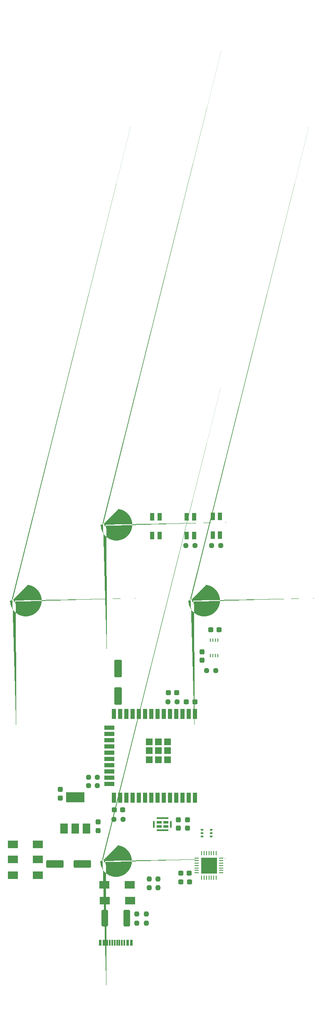
<source format=gbr>
%TF.GenerationSoftware,KiCad,Pcbnew,(6.0.6-0)*%
%TF.CreationDate,2022-07-27T22:33:04+02:00*%
%TF.ProjectId,GlowTowerPCB,476c6f77-546f-4776-9572-5043422e6b69,rev?*%
%TF.SameCoordinates,Original*%
%TF.FileFunction,Paste,Top*%
%TF.FilePolarity,Positive*%
%FSLAX46Y46*%
G04 Gerber Fmt 4.6, Leading zero omitted, Abs format (unit mm)*
G04 Created by KiCad (PCBNEW (6.0.6-0)) date 2022-07-27 22:33:04*
%MOMM*%
%LPD*%
G01*
G04 APERTURE LIST*
G04 Aperture macros list*
%AMRoundRect*
0 Rectangle with rounded corners*
0 $1 Rounding radius*
0 $2 $3 $4 $5 $6 $7 $8 $9 X,Y pos of 4 corners*
0 Add a 4 corners polygon primitive as box body*
4,1,4,$2,$3,$4,$5,$6,$7,$8,$9,$2,$3,0*
0 Add four circle primitives for the rounded corners*
1,1,$1+$1,$2,$3*
1,1,$1+$1,$4,$5*
1,1,$1+$1,$6,$7*
1,1,$1+$1,$8,$9*
0 Add four rect primitives between the rounded corners*
20,1,$1+$1,$2,$3,$4,$5,0*
20,1,$1+$1,$4,$5,$6,$7,0*
20,1,$1+$1,$6,$7,$8,$9,0*
20,1,$1+$1,$8,$9,$2,$3,0*%
%AMFreePoly0*
4,1,112,3.105582,3.191654,3.458980,3.129341,3.803230,3.028022,4.134041,2.888962,4.447289,2.713894,4.739071,2.504999,5.005748,2.264881,5.243998,1.996534,5.450851,1.703301,5.623729,1.388838,5.760476,1.057065,5.859388,0.712116,5.919233,0.358291,5.939265,0.000000,5.938012,-0.089748,5.907984,-0.447339,5.838283,-0.799355,5.729777,-1.141408,5.583820,-1.469234,5.402230,-1.778747,
5.187270,-2.066090,4.941620,-2.327680,4.668342,-2.560258,4.370841,-2.760925,4.052827,-2.927179,3.718263,-3.056948,3.371318,-3.148614,3.016317,-3.201036,2.657686,-3.213560,2.299893,-3.186029,1.947399,-3.118788,1.604597,-3.012673,1.275760,-2.869007,0.964987,-2.689582,0.676150,-2.476634,0.412851,-2.232816,0.178371,-1.961168,-0.024367,-1.665076,-0.192837,-1.348230,-0.324939,-1.014580,
-0.419026,-0.668283,-0.473925,-0.313657,-0.481420,-0.134825,-0.481581,-0.134460,-0.499164,0.000000,0.505984,0.000000,0.524968,-0.289640,0.581595,-0.574324,0.674897,-0.849181,0.803276,-1.109508,0.964536,-1.350851,1.155919,-1.569081,1.374149,-1.760464,1.615492,-1.921724,1.875819,-2.050103,2.150676,-2.143405,2.435360,-2.200032,2.725000,-2.219016,3.014640,-2.200032,3.299324,-2.143405,
3.574181,-2.050103,3.834508,-1.921724,4.075851,-1.760464,4.294081,-1.569081,4.485464,-1.350851,4.646724,-1.109508,4.775103,-0.849181,4.868405,-0.574324,4.925032,-0.289640,4.944016,0.000000,4.925032,0.289640,4.868405,0.574324,4.775103,0.849181,4.646724,1.109508,4.485464,1.350851,4.294081,1.569081,4.075851,1.760464,3.834508,1.921724,3.574181,2.050103,3.299324,2.143405,
3.014640,2.200032,2.725000,2.219016,2.435360,2.200032,2.150676,2.143405,1.875819,2.050103,1.615492,1.921724,1.374149,1.760464,1.155919,1.569081,0.964536,1.350851,0.803276,1.109508,0.674897,0.849181,0.581595,0.574324,0.524968,0.289640,0.505984,0.000000,-0.499164,0.000000,-0.499963,0.006109,-0.484897,0.102868,-0.463920,0.402854,-0.399140,0.755809,-0.295421,1.099343,
-0.154055,1.429175,0.023196,1.741194,0.234123,2.031510,0.476097,2.296505,0.746101,2.532875,1.040770,2.737676,1.356433,2.908354,1.689153,3.042782,2.034784,3.139284,2.389018,3.196657,2.747440,3.214187,3.105582,3.191654,3.105582,3.191654,$1*%
G04 Aperture macros list end*
%ADD10R,1.050013X0.550013*%
%ADD11R,0.450013X1.400000*%
%ADD12R,2.400000X0.450013*%
%ADD13R,2.046380X1.620015*%
%ADD14RoundRect,0.237500X0.250000X0.237500X-0.250000X0.237500X-0.250000X-0.237500X0.250000X-0.237500X0*%
%ADD15RoundRect,0.237500X0.237500X-0.250000X0.237500X0.250000X-0.237500X0.250000X-0.237500X-0.250000X0*%
%ADD16RoundRect,0.237500X-0.237500X0.250000X-0.237500X-0.250000X0.237500X-0.250000X0.237500X0.250000X0*%
%ADD17RoundRect,0.250000X0.400000X1.450000X-0.400000X1.450000X-0.400000X-1.450000X0.400000X-1.450000X0*%
%ADD18RoundRect,0.237500X-0.300000X-0.237500X0.300000X-0.237500X0.300000X0.237500X-0.300000X0.237500X0*%
%ADD19FreePoly0,0.000000*%
%ADD20RoundRect,0.237500X-0.250000X-0.237500X0.250000X-0.237500X0.250000X0.237500X-0.250000X0.237500X0*%
%ADD21R,0.900000X1.500000*%
%ADD22RoundRect,0.237500X0.237500X-0.300000X0.237500X0.300000X-0.237500X0.300000X-0.237500X-0.300000X0*%
%ADD23RoundRect,0.237500X-0.237500X0.300000X-0.237500X-0.300000X0.237500X-0.300000X0.237500X0.300000X0*%
%ADD24RoundRect,0.237500X0.300000X0.237500X-0.300000X0.237500X-0.300000X-0.237500X0.300000X-0.237500X0*%
%ADD25R,0.300000X1.300000*%
%ADD26R,0.600000X1.300000*%
%ADD27O,0.250013X0.750013*%
%ADD28R,0.900000X2.000000*%
%ADD29R,2.000000X0.900000*%
%ADD30R,1.330000X1.330000*%
%ADD31R,0.900000X0.280010*%
%ADD32R,0.280010X0.900000*%
%ADD33R,3.300000X3.300000*%
%ADD34RoundRect,0.250000X-1.500000X-0.550000X1.500000X-0.550000X1.500000X0.550000X-1.500000X0.550000X0*%
%ADD35RoundRect,0.250000X-0.550000X1.500000X-0.550000X-1.500000X0.550000X-1.500000X0.550000X1.500000X0*%
%ADD36R,0.600000X0.419990*%
%ADD37R,1.500000X2.000000*%
%ADD38R,3.800000X2.000000*%
G04 APERTURE END LIST*
D10*
%TO.C,U10*%
X84185083Y-105025545D03*
X82834816Y-105025545D03*
X82834816Y-105875431D03*
X84185083Y-105875431D03*
D11*
X85234867Y-105450488D03*
D12*
X83509949Y-104225443D03*
D11*
X81785032Y-105450488D03*
D12*
X83509949Y-106675532D03*
%TD*%
D13*
%TO.C,U22*%
X53024569Y-115769975D03*
X58155380Y-115769975D03*
%TD*%
D14*
%TO.C,R2*%
X94342500Y-74270000D03*
X92517500Y-74270000D03*
%TD*%
D15*
%TO.C,R9*%
X82580000Y-118362500D03*
X82580000Y-116537500D03*
%TD*%
D16*
%TO.C,R4*%
X78310000Y-123717500D03*
X78310000Y-125542500D03*
%TD*%
D14*
%TO.C,R5*%
X95382500Y-48870000D03*
X93557500Y-48870000D03*
%TD*%
D17*
%TO.C,F1*%
X76245000Y-124520000D03*
X71795000Y-124520000D03*
%TD*%
D18*
%TO.C,C13*%
X93357500Y-65940000D03*
X95082500Y-65940000D03*
%TD*%
D13*
%TO.C,U15*%
X76895431Y-120960025D03*
X71764620Y-120960025D03*
%TD*%
%TO.C,U20*%
X53024569Y-112629975D03*
X58155380Y-112629975D03*
%TD*%
D19*
%TO.C,U14*%
X89302200Y-60000000D03*
%TD*%
D20*
%TO.C,R6*%
X84637500Y-80610000D03*
X86462500Y-80610000D03*
%TD*%
D18*
%TO.C,C11*%
X75436900Y-102524800D03*
X73711900Y-102524800D03*
%TD*%
D21*
%TO.C,SW2*%
X93752436Y-46719924D03*
X93752436Y-42920076D03*
X95252564Y-42920076D03*
X95252564Y-46719924D03*
%TD*%
D13*
%TO.C,U21*%
X53024569Y-109529975D03*
X58155380Y-109529975D03*
%TD*%
D21*
%TO.C,SW3*%
X82937564Y-42980076D03*
X82937564Y-46779924D03*
X81437436Y-42980076D03*
X81437436Y-46779924D03*
%TD*%
D22*
%TO.C,C6*%
X86770000Y-106252500D03*
X86770000Y-104527500D03*
%TD*%
D23*
%TO.C,C1*%
X91550000Y-70387500D03*
X91550000Y-72112500D03*
%TD*%
D19*
%TO.C,U12*%
X52992230Y-60000000D03*
%TD*%
D21*
%TO.C,SW1*%
X89947564Y-42980076D03*
X89947564Y-46779924D03*
X88447436Y-42980076D03*
X88447436Y-46779924D03*
%TD*%
D24*
%TO.C,C7*%
X88995000Y-115390000D03*
X87270000Y-115390000D03*
%TD*%
%TO.C,C5*%
X90122500Y-80610000D03*
X88397500Y-80610000D03*
%TD*%
D25*
%TO.C,USB1*%
X72269936Y-129489964D03*
X73269936Y-129489964D03*
X74770064Y-129489964D03*
X75770064Y-129489964D03*
D26*
X76420051Y-129489964D03*
X77219898Y-129489964D03*
D25*
X75269936Y-129489964D03*
X74269936Y-129489964D03*
X73770064Y-129489964D03*
X72770064Y-129489964D03*
D26*
X71619949Y-129489964D03*
X70820102Y-129489964D03*
%TD*%
D20*
%TO.C,R10*%
X68437500Y-97640000D03*
X70262500Y-97640000D03*
%TD*%
D27*
%TO.C,U1*%
X93308039Y-71179911D03*
X93808166Y-71179911D03*
X94308039Y-71179911D03*
X94808166Y-71179911D03*
X94808166Y-68080089D03*
X94308039Y-68080089D03*
X93808166Y-68080089D03*
X93308039Y-68080089D03*
%TD*%
D20*
%TO.C,R7*%
X75486900Y-104444800D03*
X73661900Y-104444800D03*
%TD*%
D23*
%TO.C,C10*%
X62750000Y-98407500D03*
X62750000Y-100132500D03*
%TD*%
D28*
%TO.C,U2*%
X90183300Y-83025100D03*
X88913300Y-83025100D03*
X87643300Y-83025100D03*
X86373300Y-83025100D03*
X85103300Y-83025100D03*
X83833300Y-83025100D03*
X82563300Y-83025100D03*
X81293300Y-83025100D03*
X80023300Y-83025100D03*
X78753300Y-83025100D03*
X77483300Y-83025100D03*
X76213300Y-83025100D03*
X74943300Y-83025100D03*
X73673300Y-83025100D03*
D29*
X72673300Y-85810100D03*
X72673300Y-87080100D03*
X72673300Y-88350100D03*
X72673300Y-89620100D03*
X72673300Y-90890100D03*
X72673300Y-92160100D03*
X72673300Y-93430100D03*
X72673300Y-94700100D03*
X72673300Y-95970100D03*
X72673300Y-97240100D03*
D28*
X73673300Y-100025100D03*
X74943300Y-100025100D03*
X76213300Y-100025100D03*
X77483300Y-100025100D03*
X78753300Y-100025100D03*
X80023300Y-100025100D03*
X81293300Y-100025100D03*
X82563300Y-100025100D03*
X83833300Y-100025100D03*
X85103300Y-100025100D03*
X86373300Y-100025100D03*
X87643300Y-100025100D03*
X88913300Y-100025100D03*
X90183300Y-100025100D03*
D30*
X84518300Y-90525100D03*
X80848300Y-90525100D03*
X80848300Y-88690100D03*
X82683300Y-92360100D03*
X82683300Y-90525100D03*
X84518300Y-88690100D03*
X82683300Y-88690100D03*
X84518300Y-92360100D03*
X80848300Y-92360100D03*
%TD*%
D13*
%TO.C,U16*%
X76845431Y-117770025D03*
X71714620Y-117770025D03*
%TD*%
D20*
%TO.C,R1*%
X88317500Y-48870000D03*
X90142500Y-48870000D03*
%TD*%
D31*
%TO.C,U3*%
X90480352Y-112325933D03*
X90480352Y-112826314D03*
X90480352Y-113326695D03*
X90480352Y-113827076D03*
X90480352Y-114327457D03*
X90480352Y-114827838D03*
X90480352Y-115328219D03*
D32*
X91479082Y-116327203D03*
X91979463Y-116327203D03*
X92479844Y-116327203D03*
X92980225Y-116327203D03*
X93480606Y-116327203D03*
X93980987Y-116327203D03*
X94481368Y-116327203D03*
D31*
X95480352Y-115328219D03*
X95480352Y-114827838D03*
X95480352Y-114327457D03*
X95480352Y-113827076D03*
X95480352Y-113326695D03*
X95480352Y-112826314D03*
X95480352Y-112325933D03*
D32*
X94481368Y-111327203D03*
X93980987Y-111327203D03*
X93480606Y-111327203D03*
X92980225Y-111327203D03*
X92479844Y-111327203D03*
X91979463Y-111327203D03*
X91479082Y-111327203D03*
D33*
X92980225Y-113827076D03*
%TD*%
D16*
%TO.C,R3*%
X80210000Y-123717500D03*
X80210000Y-125542500D03*
%TD*%
D34*
%TO.C,C2*%
X61580000Y-113490000D03*
X67180000Y-113490000D03*
%TD*%
D16*
%TO.C,R8*%
X80870000Y-116537500D03*
X80870000Y-118362500D03*
%TD*%
D19*
%TO.C,U13*%
X71402200Y-44580000D03*
%TD*%
D35*
%TO.C,C3*%
X74440000Y-73780000D03*
X74440000Y-79380000D03*
%TD*%
D23*
%TO.C,C9*%
X70400000Y-104987500D03*
X70400000Y-106712500D03*
%TD*%
D36*
%TO.C,U9*%
X91560038Y-106620013D03*
X91560038Y-107270000D03*
X91560038Y-107919987D03*
X93459962Y-107919987D03*
X93459962Y-107270000D03*
X93459962Y-106620013D03*
%TD*%
D37*
%TO.C,U4*%
X63470000Y-106292500D03*
X65770000Y-106292500D03*
X68070000Y-106292500D03*
D38*
X65770000Y-99992500D03*
%TD*%
D18*
%TO.C,C8*%
X84687500Y-78750000D03*
X86412500Y-78750000D03*
%TD*%
D19*
%TO.C,U11*%
X71362200Y-112900000D03*
%TD*%
D18*
%TO.C,C4*%
X87277500Y-117150000D03*
X89002500Y-117150000D03*
%TD*%
D14*
%TO.C,R11*%
X70262500Y-95930000D03*
X68437500Y-95930000D03*
%TD*%
D22*
%TO.C,C12*%
X88580000Y-106252500D03*
X88580000Y-104527500D03*
%TD*%
M02*

</source>
